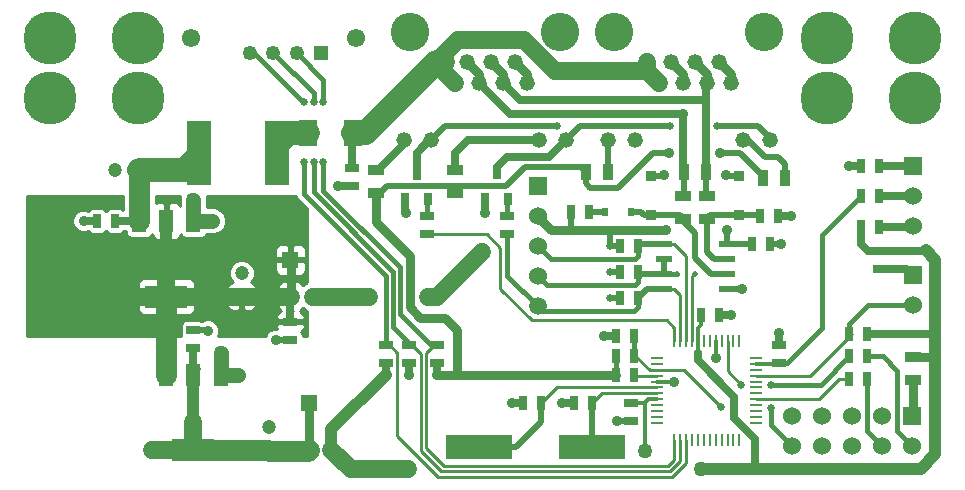
<source format=gtl>
%FSLAX34Y34*%
G04 Gerber Fmt 3.4, Leading zero omitted, Abs format*
G04 (created by PCBNEW (2014-03-19 BZR 4756)-product) date Ter 03 Jun 2014 12:28:43 BRT*
%MOIN*%
G01*
G70*
G90*
G04 APERTURE LIST*
%ADD10C,0.005906*%
%ADD11R,0.031500X0.039400*%
%ADD12R,0.141732X0.074803*%
%ADD13R,0.047244X0.074803*%
%ADD14R,0.055100X0.023600*%
%ADD15R,0.078740X0.212598*%
%ADD16R,0.055000X0.035000*%
%ADD17R,0.035000X0.055000*%
%ADD18R,0.045000X0.025000*%
%ADD19R,0.025000X0.045000*%
%ADD20R,0.055000X0.055000*%
%ADD21C,0.052000*%
%ADD22C,0.128000*%
%ADD23R,0.060000X0.060000*%
%ADD24C,0.060000*%
%ADD25C,0.059055*%
%ADD26R,0.039400X0.010600*%
%ADD27R,0.010600X0.039400*%
%ADD28R,0.220000X0.083000*%
%ADD29R,0.063000X0.086600*%
%ADD30C,0.177165*%
%ADD31C,0.047244*%
%ADD32R,0.047244X0.047244*%
%ADD33R,0.049213X0.049213*%
%ADD34C,0.049213*%
%ADD35C,0.061024*%
%ADD36R,0.033500X0.033500*%
%ADD37R,0.024000X0.027000*%
%ADD38C,0.035000*%
%ADD39C,0.050000*%
%ADD40C,0.025000*%
%ADD41C,0.020000*%
%ADD42C,0.012000*%
%ADD43C,0.015000*%
%ADD44C,0.025000*%
%ADD45C,0.040000*%
%ADD46C,0.030000*%
%ADD47C,0.060000*%
%ADD48C,0.020000*%
%ADD49C,0.080000*%
%ADD50C,0.070000*%
%ADD51C,0.050000*%
%ADD52C,0.010000*%
G04 APERTURE END LIST*
G54D10*
G54D11*
X15905Y-5472D03*
X16280Y-6338D03*
X15530Y-6338D03*
X13242Y-5485D03*
X13617Y-6351D03*
X12867Y-6351D03*
G54D12*
X4893Y-9586D03*
G54D13*
X4893Y-7067D03*
X3988Y-7067D03*
X5799Y-7067D03*
G54D12*
X5800Y-14709D03*
G54D13*
X5800Y-12190D03*
X4894Y-12190D03*
X6705Y-12190D03*
G54D14*
X23569Y-7832D03*
X21469Y-7832D03*
X23569Y-8332D03*
X23569Y-8832D03*
X23569Y-9332D03*
X21469Y-8332D03*
X21469Y-8832D03*
X21469Y-9332D03*
G54D15*
X8582Y-4803D03*
X5984Y-4803D03*
G54D16*
X29773Y-11602D03*
X29773Y-12352D03*
G54D17*
X9046Y-9586D03*
X9796Y-9586D03*
X22894Y-5433D03*
X22144Y-5433D03*
X9651Y-14685D03*
X10401Y-14685D03*
G54D16*
X11900Y-6125D03*
X11900Y-5375D03*
X14527Y-6123D03*
X14527Y-5373D03*
G54D17*
X18876Y-5433D03*
X19626Y-5433D03*
X24782Y-5629D03*
X25532Y-5629D03*
G54D16*
X22913Y-6239D03*
X22913Y-6989D03*
X22125Y-6239D03*
X22125Y-6989D03*
G54D18*
X9027Y-10428D03*
X9027Y-11028D03*
G54D19*
X19896Y-12204D03*
X20496Y-12204D03*
X3185Y-7067D03*
X2585Y-7067D03*
X20014Y-9645D03*
X20614Y-9645D03*
X27662Y-12331D03*
X28262Y-12331D03*
X27662Y-11583D03*
X28262Y-11583D03*
G54D18*
X13927Y-11814D03*
X13927Y-11214D03*
X12982Y-11814D03*
X12982Y-11214D03*
X12214Y-11814D03*
X12214Y-11214D03*
G54D19*
X28262Y-10835D03*
X27662Y-10835D03*
X28656Y-7252D03*
X28056Y-7252D03*
X28656Y-5245D03*
X28056Y-5245D03*
X28656Y-6229D03*
X28056Y-6229D03*
G54D18*
X25324Y-11804D03*
X25324Y-11204D03*
X13596Y-7518D03*
X13596Y-6918D03*
G54D19*
X22731Y-10196D03*
X23331Y-10196D03*
G54D18*
X20393Y-13125D03*
X20393Y-13725D03*
G54D19*
X16786Y-13149D03*
X17386Y-13149D03*
X18479Y-13149D03*
X19079Y-13149D03*
X19896Y-11555D03*
X20496Y-11555D03*
X20496Y-10905D03*
X19896Y-10905D03*
G54D18*
X11100Y-5310D03*
X11100Y-5910D03*
G54D19*
X20014Y-8779D03*
X20614Y-8779D03*
G54D18*
X16259Y-7504D03*
X16259Y-6904D03*
X5800Y-11310D03*
X5800Y-10710D03*
G54D19*
X19000Y-6771D03*
X18400Y-6771D03*
X20014Y-7913D03*
X20614Y-7913D03*
X24424Y-7834D03*
X25024Y-7834D03*
X25300Y-6889D03*
X24700Y-6889D03*
G54D20*
X9027Y-8366D03*
X9650Y-13120D03*
G54D21*
X12811Y-4371D03*
X13711Y-4371D03*
X17311Y-4371D03*
X18211Y-4371D03*
X16911Y-2471D03*
X16111Y-2471D03*
X15311Y-2471D03*
X14511Y-2471D03*
X15711Y-1771D03*
X14911Y-1771D03*
X16511Y-1771D03*
X14111Y-1771D03*
G54D22*
X13011Y-771D03*
X18011Y-771D03*
G54D21*
X19622Y-4371D03*
X20522Y-4371D03*
X24122Y-4371D03*
X25022Y-4371D03*
X23722Y-2471D03*
X22922Y-2471D03*
X22122Y-2471D03*
X21322Y-2471D03*
X22522Y-1771D03*
X21722Y-1771D03*
X23322Y-1771D03*
X20922Y-1771D03*
G54D22*
X19822Y-771D03*
X24822Y-771D03*
G54D23*
X29765Y-13564D03*
G54D24*
X29765Y-14564D03*
X28765Y-13564D03*
X28765Y-14564D03*
X27765Y-13564D03*
X27765Y-14564D03*
X26765Y-13564D03*
X26765Y-14564D03*
X25765Y-13564D03*
X25765Y-14564D03*
G54D23*
X17283Y-5913D03*
G54D24*
X17283Y-6913D03*
X17283Y-7913D03*
X17283Y-8913D03*
G54D25*
X17283Y-9913D03*
G54D23*
X29773Y-5229D03*
G54D24*
X29773Y-6229D03*
X29773Y-7229D03*
G54D23*
X29773Y-8878D03*
G54D24*
X29773Y-9878D03*
G54D26*
X24567Y-13799D03*
X21259Y-11633D03*
X21259Y-11830D03*
X21259Y-12027D03*
X21259Y-12224D03*
X21259Y-12421D03*
X21259Y-12618D03*
X21259Y-12814D03*
X21259Y-13011D03*
X21259Y-13208D03*
X21259Y-13405D03*
X21259Y-13602D03*
X21259Y-13799D03*
G54D27*
X21830Y-14370D03*
X22027Y-14370D03*
X22224Y-14370D03*
X22416Y-14370D03*
X22618Y-14370D03*
X22815Y-14370D03*
X23011Y-14370D03*
X23208Y-14370D03*
X23405Y-14370D03*
X23602Y-14370D03*
X23799Y-14370D03*
X23996Y-14370D03*
G54D26*
X24567Y-13602D03*
X24567Y-13405D03*
X24567Y-13208D03*
X24567Y-13011D03*
X24567Y-12814D03*
X24567Y-12618D03*
X24567Y-12421D03*
X24567Y-12224D03*
X24567Y-12027D03*
X24567Y-11830D03*
X24567Y-11633D03*
G54D27*
X23996Y-11062D03*
X23799Y-11062D03*
X23602Y-11062D03*
X23405Y-11062D03*
X23208Y-11062D03*
X23011Y-11062D03*
X22815Y-11062D03*
X22618Y-11062D03*
X22421Y-11062D03*
X22224Y-11062D03*
X22027Y-11062D03*
X21830Y-11062D03*
G54D28*
X19074Y-14606D03*
X15334Y-14606D03*
G54D29*
X11102Y-4133D03*
X9606Y-4133D03*
G54D30*
X29862Y-2952D03*
X26909Y-2952D03*
X29862Y-984D03*
X26909Y-984D03*
X3956Y-2952D03*
X1003Y-2952D03*
X3956Y-984D03*
X1003Y-984D03*
G54D31*
X3188Y-5354D03*
G54D32*
X3976Y-5354D03*
G54D31*
X8307Y-13937D03*
G54D32*
X8307Y-14724D03*
G54D31*
X7413Y-8799D03*
G54D32*
X7413Y-9586D03*
G54D33*
X10039Y-1476D03*
G54D34*
X8464Y-1476D03*
X7677Y-1476D03*
G54D35*
X11220Y-984D03*
X5708Y-984D03*
G54D34*
X9251Y-1476D03*
G54D36*
X23976Y-6879D03*
X23976Y-5561D03*
X21062Y-6879D03*
X21062Y-5561D03*
G54D37*
X20400Y-6771D03*
X19520Y-6771D03*
G54D18*
X28671Y-8055D03*
X28671Y-8655D03*
G54D38*
X13930Y-12200D03*
X12980Y-12200D03*
X12220Y-12200D03*
G54D39*
X12962Y-15324D03*
X20846Y-14724D03*
G54D38*
X21653Y-4803D03*
X23346Y-4803D03*
G54D39*
X22710Y-15320D03*
G54D40*
X19680Y-9646D03*
X19680Y-7906D03*
X19680Y-8776D03*
G54D39*
X13630Y-9600D03*
X11650Y-9590D03*
X15430Y-8100D03*
G54D38*
X23582Y-7362D03*
X21535Y-7362D03*
X25393Y-7834D03*
X24094Y-9330D03*
X21834Y-12422D03*
X12868Y-6804D03*
X15531Y-6791D03*
X2137Y-7067D03*
G54D39*
X5799Y-6358D03*
X6429Y-7067D03*
G54D38*
X19921Y-13720D03*
X23209Y-11638D03*
X10620Y-5910D03*
G54D39*
X6710Y-11480D03*
X7280Y-12190D03*
G54D38*
X6280Y-10720D03*
X8550Y-11030D03*
X16410Y-13150D03*
X18100Y-13150D03*
X23543Y-5551D03*
X21496Y-5551D03*
X25708Y-6889D03*
X19488Y-10905D03*
X23710Y-10205D03*
X27647Y-5245D03*
X25324Y-10796D03*
G54D41*
X21930Y-8830D03*
X22505Y-8830D03*
G54D40*
X23267Y-3897D03*
X21692Y-3897D03*
X17913Y-3897D03*
X23395Y-13276D03*
X25060Y-13290D03*
G54D38*
X22125Y-3503D03*
G54D40*
X10134Y-3108D03*
X10134Y-5105D03*
X9804Y-3108D03*
X9804Y-5106D03*
X9474Y-3108D03*
X9473Y-5105D03*
X24064Y-12528D03*
X25049Y-12528D03*
G54D42*
X20964Y-13011D02*
X20851Y-13125D01*
X20836Y-13125D02*
X20393Y-13125D01*
X20851Y-13125D02*
X20836Y-13125D01*
X21259Y-13011D02*
X20964Y-13011D01*
G54D43*
X19896Y-11555D02*
X19896Y-12204D01*
G54D42*
X22618Y-10649D02*
X22731Y-10536D01*
X22731Y-10536D02*
X22731Y-10196D01*
X22618Y-11062D02*
X22618Y-10649D01*
G54D44*
X13927Y-11814D02*
X13927Y-12197D01*
X13927Y-12197D02*
X13930Y-12200D01*
X12982Y-12197D02*
X12982Y-11814D01*
X12982Y-12197D02*
X12980Y-12200D01*
X12214Y-12194D02*
X12214Y-11814D01*
X12214Y-12194D02*
X12220Y-12200D01*
G54D45*
X10401Y-14018D02*
X12220Y-12200D01*
X10401Y-14685D02*
X10401Y-14018D01*
G54D44*
X19892Y-12200D02*
X19896Y-12204D01*
G54D46*
X14590Y-12200D02*
X19892Y-12200D01*
X13930Y-12200D02*
X14590Y-12200D01*
X13018Y-8232D02*
X13018Y-9949D01*
X13018Y-8232D02*
X11900Y-7113D01*
X11900Y-7113D02*
X11900Y-6125D01*
X14190Y-10285D02*
X14590Y-10685D01*
X13354Y-10285D02*
X14190Y-10285D01*
X13018Y-9949D02*
X13354Y-10285D01*
X14590Y-12200D02*
X14590Y-10685D01*
G54D47*
X10401Y-14685D02*
X11041Y-15324D01*
X12962Y-15324D02*
X11041Y-15324D01*
G54D42*
X20836Y-13125D02*
X20836Y-14714D01*
X20836Y-14714D02*
X20846Y-14724D01*
G54D48*
X14310Y-5905D02*
X14527Y-6123D01*
X14310Y-5905D02*
X14310Y-5905D01*
X11900Y-6125D02*
X12024Y-6125D01*
X12024Y-6125D02*
X12244Y-5905D01*
X12244Y-5905D02*
X14310Y-5905D01*
X14745Y-5905D02*
X14527Y-6123D01*
X14890Y-5905D02*
X14745Y-5905D01*
X15040Y-5905D02*
X14890Y-5905D01*
X16224Y-5905D02*
X16850Y-5280D01*
X16224Y-5905D02*
X15040Y-5905D01*
X14890Y-5905D02*
X14310Y-5905D01*
X18876Y-5433D02*
X18723Y-5280D01*
X16850Y-5280D02*
X18723Y-5280D01*
X19935Y-5970D02*
X21102Y-4803D01*
X21102Y-4803D02*
X21653Y-4803D01*
X24782Y-5569D02*
X24782Y-5629D01*
X24015Y-4803D02*
X23346Y-4803D01*
X24782Y-5569D02*
X24015Y-4803D01*
X18876Y-5433D02*
X18876Y-5816D01*
X18876Y-5816D02*
X19030Y-5970D01*
X19030Y-5970D02*
X19935Y-5970D01*
G54D45*
X22710Y-15320D02*
X24497Y-15320D01*
X30521Y-11583D02*
X30521Y-10835D01*
X24497Y-15320D02*
X30052Y-15320D01*
X30052Y-15320D02*
X30521Y-14851D01*
X30521Y-14851D02*
X30521Y-11583D01*
G54D42*
X22618Y-11498D02*
X22620Y-11500D01*
X22618Y-11465D02*
X22618Y-11498D01*
X22618Y-11062D02*
X22618Y-11465D01*
G54D44*
X28262Y-10835D02*
X30521Y-10835D01*
G54D46*
X30521Y-11602D02*
X30521Y-11583D01*
X29773Y-11602D02*
X30521Y-11602D01*
G54D44*
X22618Y-11712D02*
X23828Y-12922D01*
X23828Y-12922D02*
X23828Y-13630D01*
X23828Y-13630D02*
X24530Y-14332D01*
X24530Y-14332D02*
X24530Y-15320D01*
X24530Y-15320D02*
X24497Y-15320D01*
X22618Y-11465D02*
X22618Y-11712D01*
X30221Y-8055D02*
X30206Y-8040D01*
G54D45*
X30521Y-8355D02*
X30521Y-10835D01*
X30521Y-8355D02*
X30206Y-8040D01*
G54D44*
X28671Y-8055D02*
X30221Y-8055D01*
X28056Y-7819D02*
X28292Y-8055D01*
X28292Y-8055D02*
X28671Y-8055D01*
X28056Y-7252D02*
X28056Y-7819D01*
X17307Y-6889D02*
X17283Y-6913D01*
G54D48*
X24422Y-7832D02*
X24424Y-7834D01*
X23569Y-7832D02*
X24422Y-7832D01*
X19680Y-9646D02*
X19681Y-9645D01*
X19681Y-9645D02*
X20014Y-9645D01*
X20014Y-7913D02*
X19686Y-7913D01*
X19686Y-7913D02*
X19680Y-7906D01*
X19682Y-8779D02*
X19680Y-8776D01*
X20014Y-8779D02*
X19682Y-8779D01*
G54D47*
X13630Y-9600D02*
X13930Y-9600D01*
X11646Y-9586D02*
X9796Y-9586D01*
X11646Y-9586D02*
X11650Y-9590D01*
X13930Y-9600D02*
X15430Y-8100D01*
G54D46*
X17283Y-6929D02*
X17716Y-7362D01*
X18425Y-7362D02*
X19645Y-7362D01*
X17716Y-7362D02*
X18425Y-7362D01*
X17283Y-6913D02*
X17283Y-6929D01*
X19645Y-7362D02*
X21535Y-7362D01*
G54D48*
X23582Y-7819D02*
X23569Y-7832D01*
X23582Y-7362D02*
X23582Y-7819D01*
X18400Y-7362D02*
X18425Y-7337D01*
X18425Y-7337D02*
X18425Y-7362D01*
X18400Y-6771D02*
X18400Y-7362D01*
X19680Y-7362D02*
X19645Y-7362D01*
X19680Y-7906D02*
X19680Y-7362D01*
G54D44*
X3185Y-7067D02*
X3988Y-7067D01*
G54D49*
X5511Y-5354D02*
X3976Y-5354D01*
X5984Y-4881D02*
X5511Y-5354D01*
X5984Y-4803D02*
X5984Y-4881D01*
G54D50*
X3988Y-5366D02*
X3976Y-5354D01*
X3988Y-7067D02*
X3988Y-5366D01*
G54D46*
X23722Y-2171D02*
X23322Y-1771D01*
X23722Y-2471D02*
X23722Y-2171D01*
X16911Y-2171D02*
X16511Y-1771D01*
X16911Y-2471D02*
X16911Y-2171D01*
G54D48*
X25024Y-7834D02*
X25393Y-7834D01*
X24092Y-9332D02*
X24094Y-9330D01*
X23569Y-9332D02*
X24092Y-9332D01*
G54D42*
X21833Y-12421D02*
X21834Y-12422D01*
X21259Y-12421D02*
X21833Y-12421D01*
G54D44*
X12867Y-6803D02*
X12868Y-6804D01*
X12867Y-6351D02*
X12867Y-6803D01*
X15530Y-6790D02*
X15531Y-6791D01*
X15530Y-6338D02*
X15530Y-6790D01*
X2585Y-7067D02*
X2137Y-7067D01*
G54D51*
X5799Y-7067D02*
X5799Y-6358D01*
X5799Y-7067D02*
X6429Y-7067D01*
G54D48*
X19925Y-13725D02*
X19921Y-13720D01*
X20393Y-13725D02*
X19925Y-13725D01*
G54D42*
X23208Y-11637D02*
X23209Y-11638D01*
X23208Y-11062D02*
X23208Y-11637D01*
G54D44*
X11100Y-5910D02*
X10620Y-5910D01*
G54D51*
X6705Y-11484D02*
X6710Y-11480D01*
X6705Y-12190D02*
X6705Y-11484D01*
X7279Y-12190D02*
X7280Y-12190D01*
X6705Y-12190D02*
X7279Y-12190D01*
G54D48*
X6270Y-10710D02*
X6280Y-10720D01*
X5800Y-10710D02*
X6270Y-10710D01*
X8551Y-11028D02*
X8550Y-11030D01*
X9027Y-11028D02*
X8551Y-11028D01*
G54D44*
X16410Y-13149D02*
X16410Y-13150D01*
X16786Y-13149D02*
X16410Y-13149D01*
X18100Y-13149D02*
X18100Y-13150D01*
X18479Y-13149D02*
X18100Y-13149D01*
G54D48*
X23553Y-5561D02*
X23543Y-5551D01*
X23976Y-5561D02*
X23553Y-5561D01*
X21485Y-5561D02*
X21496Y-5551D01*
X21062Y-5561D02*
X21485Y-5561D01*
G54D44*
X25300Y-6889D02*
X25708Y-6889D01*
X19896Y-10905D02*
X19488Y-10905D01*
X23701Y-10196D02*
X23710Y-10205D01*
X23331Y-10196D02*
X23701Y-10196D01*
X29549Y-8655D02*
X29773Y-8878D01*
X28671Y-8655D02*
X29549Y-8655D01*
X28056Y-5245D02*
X27647Y-5245D01*
X25324Y-11204D02*
X25324Y-10796D01*
G54D52*
X22421Y-8913D02*
X22505Y-8830D01*
X21927Y-8832D02*
X21930Y-8830D01*
G54D43*
X21927Y-8832D02*
X21469Y-8832D01*
G54D52*
X22421Y-11062D02*
X22421Y-8913D01*
G54D48*
X21469Y-8832D02*
X21469Y-8332D01*
G54D43*
X20614Y-9109D02*
X20511Y-9212D01*
X20614Y-8779D02*
X20614Y-9109D01*
X17582Y-9212D02*
X17283Y-8913D01*
X20511Y-9212D02*
X17582Y-9212D01*
G54D48*
X20668Y-8832D02*
X20614Y-8779D01*
X21469Y-8832D02*
X20668Y-8832D01*
G54D52*
X26364Y-12224D02*
X27753Y-10835D01*
X27753Y-10835D02*
X27662Y-10835D01*
X24567Y-12224D02*
X26364Y-12224D01*
G54D43*
X28289Y-9878D02*
X27662Y-10505D01*
X27662Y-10505D02*
X27662Y-10835D01*
X29773Y-9878D02*
X28289Y-9878D01*
G54D52*
X13609Y-7504D02*
X13596Y-7518D01*
X21574Y-10374D02*
X17076Y-10374D01*
X21830Y-10629D02*
X21574Y-10374D01*
X21830Y-11062D02*
X21830Y-10629D01*
X16023Y-7952D02*
X15575Y-7504D01*
X16023Y-9320D02*
X16023Y-7952D01*
X17076Y-10374D02*
X16023Y-9320D01*
X15575Y-7504D02*
X13609Y-7504D01*
X22027Y-9547D02*
X21812Y-9332D01*
X21812Y-9332D02*
X21469Y-9332D01*
X22027Y-11062D02*
X22027Y-9547D01*
G54D43*
X16259Y-8889D02*
X17283Y-9913D01*
X16259Y-7504D02*
X16259Y-8889D01*
X20614Y-9645D02*
X20614Y-9936D01*
X20614Y-9936D02*
X20472Y-10078D01*
X17448Y-10078D02*
X17283Y-9913D01*
X20472Y-10078D02*
X17448Y-10078D01*
G54D48*
X20927Y-9332D02*
X20614Y-9645D01*
X21469Y-9332D02*
X20927Y-9332D01*
G54D43*
X28789Y-11583D02*
X29261Y-12056D01*
X29261Y-12056D02*
X29261Y-14060D01*
X29261Y-14060D02*
X29765Y-14564D01*
X28262Y-11583D02*
X28789Y-11583D01*
G54D49*
X8582Y-4527D02*
X8976Y-4133D01*
X8582Y-4803D02*
X8582Y-4527D01*
X8976Y-4133D02*
X9606Y-4133D01*
G54D52*
X20516Y-12224D02*
X20496Y-12204D01*
X21259Y-12224D02*
X20516Y-12224D01*
G54D48*
X19520Y-6771D02*
X19000Y-6771D01*
G54D43*
X28262Y-14060D02*
X28765Y-14564D01*
X28262Y-12331D02*
X28262Y-14060D01*
G54D44*
X15905Y-5275D02*
X16260Y-4920D01*
X16260Y-4920D02*
X17662Y-4920D01*
X17662Y-4920D02*
X18211Y-4371D01*
X15905Y-5472D02*
X15905Y-5275D01*
G54D48*
X18685Y-3897D02*
X18211Y-4371D01*
X25022Y-4314D02*
X24606Y-3897D01*
X24606Y-3897D02*
X23267Y-3897D01*
X25022Y-4371D02*
X25022Y-4314D01*
X21692Y-3897D02*
X18685Y-3897D01*
G54D43*
X16259Y-6359D02*
X16280Y-6338D01*
X16259Y-6904D02*
X16259Y-6359D01*
X13596Y-6372D02*
X13617Y-6351D01*
X13596Y-6918D02*
X13596Y-6372D01*
G54D48*
X24689Y-6879D02*
X24700Y-6889D01*
X23976Y-6879D02*
X24689Y-6879D01*
X23023Y-6879D02*
X22913Y-6989D01*
X23976Y-6879D02*
X23023Y-6879D01*
X22913Y-8110D02*
X23135Y-8332D01*
X23135Y-8332D02*
X23569Y-8332D01*
X22913Y-6989D02*
X22913Y-8110D01*
X21052Y-6889D02*
X21062Y-6879D01*
X23045Y-8832D02*
X22519Y-8307D01*
X23569Y-8832D02*
X23045Y-8832D01*
X22519Y-7461D02*
X22086Y-7028D01*
X22519Y-8307D02*
X22519Y-7461D01*
X22016Y-6879D02*
X22125Y-6989D01*
X21062Y-6879D02*
X22016Y-6879D01*
X20816Y-6879D02*
X20708Y-6771D01*
X20708Y-6771D02*
X20400Y-6771D01*
X21062Y-6879D02*
X20816Y-6879D01*
G54D44*
X29749Y-7252D02*
X29773Y-7229D01*
X28656Y-7252D02*
X29749Y-7252D01*
X28656Y-5245D02*
X29757Y-5245D01*
X29757Y-5245D02*
X29773Y-5229D01*
X28656Y-6229D02*
X29773Y-6229D01*
G54D46*
X29773Y-13556D02*
X29765Y-13564D01*
X29773Y-12352D02*
X29773Y-13556D01*
G54D44*
X11947Y-5375D02*
X12811Y-4511D01*
X12811Y-4511D02*
X12811Y-4371D01*
X11900Y-5375D02*
X11947Y-5375D01*
X14527Y-4803D02*
X14959Y-4371D01*
X14959Y-4371D02*
X17311Y-4371D01*
X14527Y-5373D02*
X14527Y-4803D01*
X19622Y-5428D02*
X19626Y-5433D01*
G54D48*
X19626Y-4375D02*
X19622Y-4371D01*
X19626Y-5433D02*
X19626Y-4375D01*
G54D44*
X13659Y-4371D02*
X13242Y-4789D01*
X13242Y-4789D02*
X13242Y-5485D01*
X13711Y-4371D02*
X13659Y-4371D01*
G54D48*
X14185Y-3897D02*
X13711Y-4371D01*
X17913Y-3897D02*
X14185Y-3897D01*
X24292Y-4371D02*
X24842Y-4921D01*
X24842Y-4921D02*
X25275Y-4921D01*
X25275Y-4921D02*
X25532Y-5178D01*
X25532Y-5178D02*
X25532Y-5629D01*
X24122Y-4371D02*
X24292Y-4371D01*
G54D52*
X17917Y-12618D02*
X17386Y-13149D01*
X21259Y-12618D02*
X17917Y-12618D01*
G54D48*
X17386Y-13755D02*
X16535Y-14606D01*
X16535Y-14606D02*
X15334Y-14606D01*
X17386Y-13149D02*
X17386Y-13755D01*
X5941Y-12009D02*
X5784Y-12165D01*
G54D50*
X8292Y-14709D02*
X8307Y-14724D01*
X5800Y-14709D02*
X8292Y-14709D01*
X9612Y-14724D02*
X9651Y-14685D01*
X8307Y-14724D02*
X9612Y-14724D01*
G54D44*
X5800Y-11310D02*
X5800Y-12190D01*
G54D46*
X9651Y-13121D02*
X9650Y-13120D01*
X9651Y-14685D02*
X9651Y-13121D01*
G54D47*
X5800Y-14020D02*
X5800Y-13760D01*
X5800Y-14709D02*
X5800Y-14020D01*
X4420Y-14709D02*
X4420Y-14710D01*
X5800Y-14709D02*
X4420Y-14709D01*
G54D45*
X5800Y-12190D02*
X5800Y-14020D01*
G54D52*
X19414Y-12814D02*
X19079Y-13149D01*
X21259Y-12814D02*
X19414Y-12814D01*
G54D48*
X19079Y-14601D02*
X19074Y-14606D01*
X19079Y-13149D02*
X19079Y-14601D01*
G54D47*
X7413Y-9586D02*
X9046Y-9586D01*
G54D44*
X9027Y-9605D02*
X9046Y-9586D01*
X9027Y-10428D02*
X9027Y-9605D01*
G54D46*
X9046Y-8385D02*
X9027Y-8366D01*
G54D50*
X4894Y-9587D02*
X4893Y-9586D01*
X4894Y-12190D02*
X4894Y-9587D01*
G54D47*
X4893Y-9586D02*
X7413Y-9586D01*
X3679Y-9586D02*
X3679Y-9586D01*
X4893Y-9586D02*
X3679Y-9586D01*
X4893Y-8690D02*
X4896Y-8688D01*
X4893Y-9586D02*
X4893Y-8690D01*
G54D45*
X4893Y-7067D02*
X4893Y-8690D01*
G54D46*
X9046Y-9586D02*
X9046Y-8385D01*
G54D42*
X25299Y-11830D02*
X25324Y-11804D01*
X24567Y-11830D02*
X25299Y-11830D01*
G54D43*
X25575Y-11804D02*
X26755Y-10625D01*
X26755Y-10625D02*
X26755Y-7529D01*
X26755Y-7529D02*
X28056Y-6229D01*
X25324Y-11804D02*
X25575Y-11804D01*
X20496Y-11555D02*
X20496Y-10905D01*
G54D52*
X21003Y-12027D02*
X20531Y-11555D01*
X20531Y-11555D02*
X20496Y-11555D01*
X21259Y-12027D02*
X21003Y-12027D01*
X22146Y-12027D02*
X23395Y-13276D01*
G54D43*
X25060Y-13290D02*
X25060Y-13858D01*
X25060Y-13858D02*
X25765Y-14564D01*
G54D52*
X21259Y-12027D02*
X22146Y-12027D01*
G54D46*
X22122Y-2171D02*
X21722Y-1771D01*
X22122Y-2471D02*
X22122Y-2171D01*
X15311Y-2171D02*
X14911Y-1771D01*
X15311Y-2471D02*
X15311Y-2171D01*
G54D48*
X15311Y-2471D02*
X15365Y-2471D01*
G54D44*
X16344Y-3503D02*
X15311Y-2471D01*
X22125Y-3503D02*
X16344Y-3503D01*
X22125Y-5414D02*
X22144Y-5433D01*
X22125Y-3503D02*
X22125Y-5414D01*
G54D48*
X22144Y-6220D02*
X22125Y-6239D01*
X22144Y-5433D02*
X22144Y-6220D01*
G54D46*
X22922Y-2171D02*
X22522Y-1771D01*
X22922Y-2471D02*
X22922Y-2171D01*
X16111Y-2171D02*
X15711Y-1771D01*
X16111Y-2471D02*
X16111Y-2171D01*
G54D44*
X22894Y-2499D02*
X22922Y-2471D01*
X22894Y-3031D02*
X22894Y-2499D01*
X22894Y-5433D02*
X22894Y-3031D01*
X16133Y-2471D02*
X16692Y-3031D01*
X16692Y-3031D02*
X22894Y-3031D01*
X16111Y-2471D02*
X16133Y-2471D01*
G54D48*
X22894Y-6220D02*
X22913Y-6239D01*
X22894Y-5433D02*
X22894Y-6220D01*
G54D52*
X22224Y-8248D02*
X21809Y-7832D01*
X21809Y-7832D02*
X21469Y-7832D01*
X22224Y-11062D02*
X22224Y-8248D01*
G54D43*
X20614Y-8243D02*
X20511Y-8346D01*
X20614Y-7913D02*
X20614Y-8243D01*
X17716Y-8346D02*
X17283Y-7913D01*
X20511Y-8346D02*
X17716Y-8346D01*
G54D48*
X20695Y-7832D02*
X20614Y-7913D01*
X21469Y-7832D02*
X20695Y-7832D01*
G54D52*
X13823Y-11214D02*
X13927Y-11214D01*
G54D43*
X13927Y-11214D02*
X13829Y-11214D01*
G54D52*
X21614Y-15236D02*
X14149Y-15236D01*
X21830Y-15020D02*
X21614Y-15236D01*
X21830Y-15020D02*
X21830Y-14370D01*
X13927Y-11214D02*
X13815Y-11214D01*
X13550Y-11479D02*
X13815Y-11214D01*
X14149Y-15236D02*
X13550Y-14636D01*
X13550Y-11479D02*
X13550Y-14636D01*
G54D43*
X13734Y-11214D02*
X13927Y-11214D01*
X10134Y-3108D02*
X10134Y-2358D01*
X9251Y-1476D02*
X10134Y-2358D01*
X10134Y-6063D02*
X10134Y-5105D01*
X12674Y-8604D02*
X10134Y-6063D01*
X13734Y-11214D02*
X12674Y-10154D01*
X12674Y-8604D02*
X12674Y-10154D01*
G54D52*
X13085Y-11214D02*
X12982Y-11214D01*
G54D43*
X12982Y-11214D02*
X12977Y-11214D01*
G54D52*
X21688Y-15416D02*
X14045Y-15416D01*
X22027Y-15077D02*
X21688Y-15416D01*
X22027Y-15077D02*
X22027Y-14370D01*
X12982Y-11214D02*
X13084Y-11214D01*
X13370Y-11500D02*
X13084Y-11214D01*
X14045Y-15416D02*
X13370Y-14740D01*
X13370Y-14740D02*
X13370Y-11500D01*
G54D43*
X12982Y-11137D02*
X12982Y-11214D01*
X9804Y-3108D02*
X9804Y-2815D01*
X8464Y-1476D02*
X9804Y-2815D01*
X9804Y-6118D02*
X9804Y-5106D01*
X12444Y-8759D02*
X9804Y-6118D01*
X12982Y-11137D02*
X12444Y-10600D01*
X12444Y-8759D02*
X12444Y-10600D01*
G54D52*
X12318Y-11214D02*
X12214Y-11214D01*
X21763Y-15596D02*
X13960Y-15596D01*
X22224Y-15135D02*
X21763Y-15596D01*
X22224Y-15135D02*
X22224Y-14370D01*
X12214Y-11214D02*
X12337Y-11214D01*
X12598Y-11475D02*
X12337Y-11214D01*
X13960Y-15596D02*
X12598Y-14233D01*
X12598Y-11475D02*
X12598Y-14233D01*
G54D43*
X9473Y-5105D02*
X9473Y-6163D01*
X9458Y-3108D02*
X7826Y-1476D01*
X7826Y-1476D02*
X7677Y-1476D01*
X9474Y-3108D02*
X9458Y-3108D01*
X9473Y-6163D02*
X12214Y-8904D01*
X12214Y-11214D02*
X12214Y-8904D01*
G54D52*
X26652Y-13011D02*
X24567Y-13011D01*
X26652Y-13011D02*
X27332Y-12331D01*
X27662Y-12331D02*
X27332Y-12331D01*
X23602Y-12066D02*
X24064Y-12528D01*
G54D43*
X27647Y-11583D02*
X27662Y-11583D01*
X26702Y-12528D02*
X25049Y-12528D01*
X27647Y-11583D02*
X26702Y-12528D01*
G54D52*
X23602Y-11062D02*
X23602Y-12066D01*
G54D47*
X14111Y-2071D02*
X14511Y-2471D01*
X14111Y-1771D02*
X14111Y-2071D01*
X20922Y-2071D02*
X21322Y-2471D01*
X20922Y-1771D02*
X20922Y-2071D01*
X14111Y-1537D02*
X14606Y-1043D01*
X14606Y-1043D02*
X16811Y-1043D01*
X16811Y-1043D02*
X17839Y-2071D01*
X17839Y-2071D02*
X20922Y-2071D01*
X14111Y-1771D02*
X14111Y-1537D01*
G54D49*
X11535Y-4133D02*
X13897Y-1771D01*
X13897Y-1771D02*
X14111Y-1771D01*
X11102Y-4133D02*
X11535Y-4133D01*
G54D44*
X11100Y-4136D02*
X11102Y-4133D01*
X11100Y-5310D02*
X11100Y-4136D01*
G54D10*
G36*
X9570Y-10890D02*
X9452Y-10890D01*
X9452Y-10864D01*
X9422Y-10790D01*
X9395Y-10764D01*
X9464Y-10695D01*
X9502Y-10603D01*
X9502Y-10541D01*
X9440Y-10478D01*
X9077Y-10478D01*
X9077Y-10486D01*
X8996Y-10486D01*
X8996Y-10049D01*
X8996Y-9636D01*
X8996Y-9536D01*
X8996Y-9124D01*
X8977Y-9105D01*
X8977Y-8828D01*
X8977Y-8416D01*
X8977Y-8316D01*
X8977Y-7903D01*
X8915Y-7841D01*
X8703Y-7841D01*
X8611Y-7879D01*
X8540Y-7949D01*
X8502Y-8041D01*
X8502Y-8140D01*
X8502Y-8253D01*
X8565Y-8316D01*
X8977Y-8316D01*
X8977Y-8416D01*
X8565Y-8416D01*
X8502Y-8478D01*
X8502Y-8591D01*
X8502Y-8691D01*
X8540Y-8783D01*
X8611Y-8853D01*
X8703Y-8891D01*
X8915Y-8891D01*
X8977Y-8828D01*
X8977Y-9105D01*
X8933Y-9061D01*
X8821Y-9061D01*
X8729Y-9099D01*
X8659Y-9170D01*
X8621Y-9261D01*
X8621Y-9361D01*
X8621Y-9474D01*
X8683Y-9536D01*
X8996Y-9536D01*
X8996Y-9636D01*
X8683Y-9636D01*
X8621Y-9699D01*
X8621Y-9812D01*
X8621Y-9911D01*
X8659Y-10003D01*
X8722Y-10066D01*
X8660Y-10091D01*
X8590Y-10162D01*
X8552Y-10254D01*
X8552Y-10316D01*
X8615Y-10378D01*
X8977Y-10378D01*
X8977Y-10116D01*
X8953Y-10092D01*
X8996Y-10049D01*
X8996Y-10486D01*
X8977Y-10486D01*
X8977Y-10478D01*
X8615Y-10478D01*
X8552Y-10541D01*
X8552Y-10603D01*
X8574Y-10655D01*
X8475Y-10654D01*
X8337Y-10711D01*
X8232Y-10817D01*
X8202Y-10890D01*
X7899Y-10890D01*
X7899Y-9773D01*
X7899Y-9400D01*
X7899Y-9300D01*
X7861Y-9208D01*
X7791Y-9138D01*
X7720Y-9109D01*
X7783Y-9046D01*
X7849Y-8886D01*
X7849Y-8713D01*
X7783Y-8552D01*
X7660Y-8429D01*
X7500Y-8363D01*
X7327Y-8363D01*
X7166Y-8429D01*
X7043Y-8552D01*
X6977Y-8712D01*
X6977Y-8885D01*
X7043Y-9046D01*
X7106Y-9109D01*
X7035Y-9138D01*
X6965Y-9208D01*
X6927Y-9300D01*
X6927Y-9400D01*
X6927Y-9474D01*
X6989Y-9536D01*
X7363Y-9536D01*
X7363Y-9529D01*
X7463Y-9529D01*
X7463Y-9536D01*
X7837Y-9536D01*
X7899Y-9474D01*
X7899Y-9400D01*
X7899Y-9773D01*
X7899Y-9699D01*
X7837Y-9636D01*
X7463Y-9636D01*
X7463Y-10010D01*
X7525Y-10073D01*
X7699Y-10073D01*
X7791Y-10035D01*
X7861Y-9964D01*
X7899Y-9873D01*
X7899Y-9773D01*
X7899Y-10890D01*
X7363Y-10890D01*
X7363Y-10010D01*
X7363Y-9636D01*
X6989Y-9636D01*
X6927Y-9699D01*
X6927Y-9773D01*
X6927Y-9873D01*
X6965Y-9964D01*
X7035Y-10035D01*
X7127Y-10073D01*
X7300Y-10073D01*
X7363Y-10010D01*
X7363Y-10890D01*
X6615Y-10890D01*
X6654Y-10794D01*
X6655Y-10645D01*
X6598Y-10507D01*
X6492Y-10402D01*
X6354Y-10345D01*
X6205Y-10344D01*
X6086Y-10394D01*
X6064Y-10385D01*
X5985Y-10384D01*
X5852Y-10384D01*
X5852Y-9911D01*
X5852Y-9262D01*
X5852Y-9162D01*
X5814Y-9071D01*
X5743Y-9000D01*
X5651Y-8962D01*
X5006Y-8962D01*
X4943Y-9025D01*
X4943Y-9536D01*
X5789Y-9536D01*
X5852Y-9474D01*
X5852Y-9262D01*
X5852Y-9911D01*
X5852Y-9699D01*
X5789Y-9636D01*
X4943Y-9636D01*
X4943Y-10148D01*
X5006Y-10210D01*
X5651Y-10210D01*
X5743Y-10173D01*
X5814Y-10102D01*
X5852Y-10010D01*
X5852Y-9911D01*
X5852Y-10384D01*
X5535Y-10384D01*
X5461Y-10415D01*
X5405Y-10471D01*
X5375Y-10545D01*
X5374Y-10624D01*
X5374Y-10874D01*
X5381Y-10890D01*
X4843Y-10890D01*
X4843Y-10148D01*
X4843Y-9636D01*
X4843Y-9536D01*
X4843Y-9025D01*
X4781Y-8962D01*
X4135Y-8962D01*
X4043Y-9000D01*
X3973Y-9071D01*
X3935Y-9162D01*
X3935Y-9262D01*
X3935Y-9474D01*
X3997Y-9536D01*
X4843Y-9536D01*
X4843Y-9636D01*
X3997Y-9636D01*
X3935Y-9699D01*
X3935Y-9911D01*
X3935Y-10010D01*
X3973Y-10102D01*
X4043Y-10173D01*
X4135Y-10210D01*
X4781Y-10210D01*
X4843Y-10148D01*
X4843Y-10890D01*
X239Y-10890D01*
X239Y-6240D01*
X3438Y-6240D01*
X3438Y-6686D01*
X3424Y-6672D01*
X3350Y-6642D01*
X3271Y-6642D01*
X3021Y-6642D01*
X2947Y-6672D01*
X2891Y-6728D01*
X2885Y-6742D01*
X2880Y-6729D01*
X2824Y-6672D01*
X2750Y-6642D01*
X2671Y-6642D01*
X2421Y-6642D01*
X2347Y-6672D01*
X2294Y-6726D01*
X2212Y-6692D01*
X2063Y-6692D01*
X1925Y-6749D01*
X1820Y-6854D01*
X1762Y-6992D01*
X1762Y-7141D01*
X1819Y-7279D01*
X1925Y-7384D01*
X2062Y-7442D01*
X2212Y-7442D01*
X2294Y-7408D01*
X2347Y-7461D01*
X2420Y-7492D01*
X2500Y-7492D01*
X2750Y-7492D01*
X2824Y-7461D01*
X2880Y-7405D01*
X2885Y-7392D01*
X2891Y-7405D01*
X2947Y-7461D01*
X3020Y-7492D01*
X3100Y-7492D01*
X3350Y-7492D01*
X3424Y-7461D01*
X3480Y-7405D01*
X3485Y-7392D01*
X3551Y-7392D01*
X3551Y-7480D01*
X3582Y-7554D01*
X3638Y-7610D01*
X3712Y-7641D01*
X3791Y-7641D01*
X4264Y-7641D01*
X4337Y-7610D01*
X4393Y-7554D01*
X4413Y-7506D01*
X4445Y-7583D01*
X4516Y-7653D01*
X4608Y-7691D01*
X4781Y-7691D01*
X4843Y-7628D01*
X4843Y-7117D01*
X4835Y-7117D01*
X4835Y-7017D01*
X4843Y-7017D01*
X4843Y-6505D01*
X4781Y-6443D01*
X4608Y-6443D01*
X4538Y-6472D01*
X4538Y-6240D01*
X5361Y-6240D01*
X5349Y-6268D01*
X5349Y-6447D01*
X5349Y-6447D01*
X5349Y-6569D01*
X5341Y-6551D01*
X5271Y-6481D01*
X5179Y-6443D01*
X5006Y-6443D01*
X4943Y-6505D01*
X4943Y-7017D01*
X4951Y-7017D01*
X4951Y-7117D01*
X4943Y-7117D01*
X4943Y-7628D01*
X5006Y-7691D01*
X5179Y-7691D01*
X5271Y-7653D01*
X5341Y-7583D01*
X5373Y-7506D01*
X5393Y-7554D01*
X5449Y-7610D01*
X5523Y-7641D01*
X5602Y-7641D01*
X6075Y-7641D01*
X6148Y-7610D01*
X6204Y-7554D01*
X6220Y-7517D01*
X6429Y-7517D01*
X6429Y-7517D01*
X6518Y-7517D01*
X6601Y-7482D01*
X6683Y-7448D01*
X6747Y-7385D01*
X6810Y-7322D01*
X6844Y-7239D01*
X6879Y-7157D01*
X6879Y-7067D01*
X6879Y-6978D01*
X6810Y-6812D01*
X6684Y-6685D01*
X6519Y-6617D01*
X6340Y-6617D01*
X6339Y-6617D01*
X6249Y-6617D01*
X6249Y-6358D01*
X6249Y-6358D01*
X6249Y-6269D01*
X6237Y-6240D01*
X9213Y-6240D01*
X9218Y-6268D01*
X9278Y-6357D01*
X9570Y-6648D01*
X9570Y-9116D01*
X9552Y-9123D01*
X9552Y-8591D01*
X9552Y-8140D01*
X9552Y-8041D01*
X9514Y-7949D01*
X9444Y-7879D01*
X9352Y-7841D01*
X9140Y-7841D01*
X9077Y-7903D01*
X9077Y-8316D01*
X9490Y-8316D01*
X9552Y-8253D01*
X9552Y-8140D01*
X9552Y-8591D01*
X9552Y-8478D01*
X9490Y-8416D01*
X9077Y-8416D01*
X9077Y-8828D01*
X9140Y-8891D01*
X9352Y-8891D01*
X9444Y-8853D01*
X9514Y-8783D01*
X9552Y-8691D01*
X9552Y-8591D01*
X9552Y-9123D01*
X9508Y-9142D01*
X9451Y-9198D01*
X9448Y-9206D01*
X9433Y-9170D01*
X9362Y-9099D01*
X9270Y-9061D01*
X9158Y-9061D01*
X9096Y-9124D01*
X9096Y-9536D01*
X9104Y-9536D01*
X9104Y-9636D01*
X9096Y-9636D01*
X9096Y-10049D01*
X9120Y-10073D01*
X9077Y-10116D01*
X9077Y-10378D01*
X9440Y-10378D01*
X9502Y-10316D01*
X9502Y-10254D01*
X9464Y-10162D01*
X9394Y-10091D01*
X9357Y-10076D01*
X9362Y-10073D01*
X9433Y-10003D01*
X9448Y-9967D01*
X9451Y-9975D01*
X9507Y-10031D01*
X9570Y-10057D01*
X9570Y-10890D01*
X9570Y-10890D01*
G37*
G54D52*
X9570Y-10890D02*
X9452Y-10890D01*
X9452Y-10864D01*
X9422Y-10790D01*
X9395Y-10764D01*
X9464Y-10695D01*
X9502Y-10603D01*
X9502Y-10541D01*
X9440Y-10478D01*
X9077Y-10478D01*
X9077Y-10486D01*
X8996Y-10486D01*
X8996Y-10049D01*
X8996Y-9636D01*
X8996Y-9536D01*
X8996Y-9124D01*
X8977Y-9105D01*
X8977Y-8828D01*
X8977Y-8416D01*
X8977Y-8316D01*
X8977Y-7903D01*
X8915Y-7841D01*
X8703Y-7841D01*
X8611Y-7879D01*
X8540Y-7949D01*
X8502Y-8041D01*
X8502Y-8140D01*
X8502Y-8253D01*
X8565Y-8316D01*
X8977Y-8316D01*
X8977Y-8416D01*
X8565Y-8416D01*
X8502Y-8478D01*
X8502Y-8591D01*
X8502Y-8691D01*
X8540Y-8783D01*
X8611Y-8853D01*
X8703Y-8891D01*
X8915Y-8891D01*
X8977Y-8828D01*
X8977Y-9105D01*
X8933Y-9061D01*
X8821Y-9061D01*
X8729Y-9099D01*
X8659Y-9170D01*
X8621Y-9261D01*
X8621Y-9361D01*
X8621Y-9474D01*
X8683Y-9536D01*
X8996Y-9536D01*
X8996Y-9636D01*
X8683Y-9636D01*
X8621Y-9699D01*
X8621Y-9812D01*
X8621Y-9911D01*
X8659Y-10003D01*
X8722Y-10066D01*
X8660Y-10091D01*
X8590Y-10162D01*
X8552Y-10254D01*
X8552Y-10316D01*
X8615Y-10378D01*
X8977Y-10378D01*
X8977Y-10116D01*
X8953Y-10092D01*
X8996Y-10049D01*
X8996Y-10486D01*
X8977Y-10486D01*
X8977Y-10478D01*
X8615Y-10478D01*
X8552Y-10541D01*
X8552Y-10603D01*
X8574Y-10655D01*
X8475Y-10654D01*
X8337Y-10711D01*
X8232Y-10817D01*
X8202Y-10890D01*
X7899Y-10890D01*
X7899Y-9773D01*
X7899Y-9400D01*
X7899Y-9300D01*
X7861Y-9208D01*
X7791Y-9138D01*
X7720Y-9109D01*
X7783Y-9046D01*
X7849Y-8886D01*
X7849Y-8713D01*
X7783Y-8552D01*
X7660Y-8429D01*
X7500Y-8363D01*
X7327Y-8363D01*
X7166Y-8429D01*
X7043Y-8552D01*
X6977Y-8712D01*
X6977Y-8885D01*
X7043Y-9046D01*
X7106Y-9109D01*
X7035Y-9138D01*
X6965Y-9208D01*
X6927Y-9300D01*
X6927Y-9400D01*
X6927Y-9474D01*
X6989Y-9536D01*
X7363Y-9536D01*
X7363Y-9529D01*
X7463Y-9529D01*
X7463Y-9536D01*
X7837Y-9536D01*
X7899Y-9474D01*
X7899Y-9400D01*
X7899Y-9773D01*
X7899Y-9699D01*
X7837Y-9636D01*
X7463Y-9636D01*
X7463Y-10010D01*
X7525Y-10073D01*
X7699Y-10073D01*
X7791Y-10035D01*
X7861Y-9964D01*
X7899Y-9873D01*
X7899Y-9773D01*
X7899Y-10890D01*
X7363Y-10890D01*
X7363Y-10010D01*
X7363Y-9636D01*
X6989Y-9636D01*
X6927Y-9699D01*
X6927Y-9773D01*
X6927Y-9873D01*
X6965Y-9964D01*
X7035Y-10035D01*
X7127Y-10073D01*
X7300Y-10073D01*
X7363Y-10010D01*
X7363Y-10890D01*
X6615Y-10890D01*
X6654Y-10794D01*
X6655Y-10645D01*
X6598Y-10507D01*
X6492Y-10402D01*
X6354Y-10345D01*
X6205Y-10344D01*
X6086Y-10394D01*
X6064Y-10385D01*
X5985Y-10384D01*
X5852Y-10384D01*
X5852Y-9911D01*
X5852Y-9262D01*
X5852Y-9162D01*
X5814Y-9071D01*
X5743Y-9000D01*
X5651Y-8962D01*
X5006Y-8962D01*
X4943Y-9025D01*
X4943Y-9536D01*
X5789Y-9536D01*
X5852Y-9474D01*
X5852Y-9262D01*
X5852Y-9911D01*
X5852Y-9699D01*
X5789Y-9636D01*
X4943Y-9636D01*
X4943Y-10148D01*
X5006Y-10210D01*
X5651Y-10210D01*
X5743Y-10173D01*
X5814Y-10102D01*
X5852Y-10010D01*
X5852Y-9911D01*
X5852Y-10384D01*
X5535Y-10384D01*
X5461Y-10415D01*
X5405Y-10471D01*
X5375Y-10545D01*
X5374Y-10624D01*
X5374Y-10874D01*
X5381Y-10890D01*
X4843Y-10890D01*
X4843Y-10148D01*
X4843Y-9636D01*
X4843Y-9536D01*
X4843Y-9025D01*
X4781Y-8962D01*
X4135Y-8962D01*
X4043Y-9000D01*
X3973Y-9071D01*
X3935Y-9162D01*
X3935Y-9262D01*
X3935Y-9474D01*
X3997Y-9536D01*
X4843Y-9536D01*
X4843Y-9636D01*
X3997Y-9636D01*
X3935Y-9699D01*
X3935Y-9911D01*
X3935Y-10010D01*
X3973Y-10102D01*
X4043Y-10173D01*
X4135Y-10210D01*
X4781Y-10210D01*
X4843Y-10148D01*
X4843Y-10890D01*
X239Y-10890D01*
X239Y-6240D01*
X3438Y-6240D01*
X3438Y-6686D01*
X3424Y-6672D01*
X3350Y-6642D01*
X3271Y-6642D01*
X3021Y-6642D01*
X2947Y-6672D01*
X2891Y-6728D01*
X2885Y-6742D01*
X2880Y-6729D01*
X2824Y-6672D01*
X2750Y-6642D01*
X2671Y-6642D01*
X2421Y-6642D01*
X2347Y-6672D01*
X2294Y-6726D01*
X2212Y-6692D01*
X2063Y-6692D01*
X1925Y-6749D01*
X1820Y-6854D01*
X1762Y-6992D01*
X1762Y-7141D01*
X1819Y-7279D01*
X1925Y-7384D01*
X2062Y-7442D01*
X2212Y-7442D01*
X2294Y-7408D01*
X2347Y-7461D01*
X2420Y-7492D01*
X2500Y-7492D01*
X2750Y-7492D01*
X2824Y-7461D01*
X2880Y-7405D01*
X2885Y-7392D01*
X2891Y-7405D01*
X2947Y-7461D01*
X3020Y-7492D01*
X3100Y-7492D01*
X3350Y-7492D01*
X3424Y-7461D01*
X3480Y-7405D01*
X3485Y-7392D01*
X3551Y-7392D01*
X3551Y-7480D01*
X3582Y-7554D01*
X3638Y-7610D01*
X3712Y-7641D01*
X3791Y-7641D01*
X4264Y-7641D01*
X4337Y-7610D01*
X4393Y-7554D01*
X4413Y-7506D01*
X4445Y-7583D01*
X4516Y-7653D01*
X4608Y-7691D01*
X4781Y-7691D01*
X4843Y-7628D01*
X4843Y-7117D01*
X4835Y-7117D01*
X4835Y-7017D01*
X4843Y-7017D01*
X4843Y-6505D01*
X4781Y-6443D01*
X4608Y-6443D01*
X4538Y-6472D01*
X4538Y-6240D01*
X5361Y-6240D01*
X5349Y-6268D01*
X5349Y-6447D01*
X5349Y-6447D01*
X5349Y-6569D01*
X5341Y-6551D01*
X5271Y-6481D01*
X5179Y-6443D01*
X5006Y-6443D01*
X4943Y-6505D01*
X4943Y-7017D01*
X4951Y-7017D01*
X4951Y-7117D01*
X4943Y-7117D01*
X4943Y-7628D01*
X5006Y-7691D01*
X5179Y-7691D01*
X5271Y-7653D01*
X5341Y-7583D01*
X5373Y-7506D01*
X5393Y-7554D01*
X5449Y-7610D01*
X5523Y-7641D01*
X5602Y-7641D01*
X6075Y-7641D01*
X6148Y-7610D01*
X6204Y-7554D01*
X6220Y-7517D01*
X6429Y-7517D01*
X6429Y-7517D01*
X6518Y-7517D01*
X6601Y-7482D01*
X6683Y-7448D01*
X6747Y-7385D01*
X6810Y-7322D01*
X6844Y-7239D01*
X6879Y-7157D01*
X6879Y-7067D01*
X6879Y-6978D01*
X6810Y-6812D01*
X6684Y-6685D01*
X6519Y-6617D01*
X6340Y-6617D01*
X6339Y-6617D01*
X6249Y-6617D01*
X6249Y-6358D01*
X6249Y-6358D01*
X6249Y-6269D01*
X6237Y-6240D01*
X9213Y-6240D01*
X9218Y-6268D01*
X9278Y-6357D01*
X9570Y-6648D01*
X9570Y-9116D01*
X9552Y-9123D01*
X9552Y-8591D01*
X9552Y-8140D01*
X9552Y-8041D01*
X9514Y-7949D01*
X9444Y-7879D01*
X9352Y-7841D01*
X9140Y-7841D01*
X9077Y-7903D01*
X9077Y-8316D01*
X9490Y-8316D01*
X9552Y-8253D01*
X9552Y-8140D01*
X9552Y-8591D01*
X9552Y-8478D01*
X9490Y-8416D01*
X9077Y-8416D01*
X9077Y-8828D01*
X9140Y-8891D01*
X9352Y-8891D01*
X9444Y-8853D01*
X9514Y-8783D01*
X9552Y-8691D01*
X9552Y-8591D01*
X9552Y-9123D01*
X9508Y-9142D01*
X9451Y-9198D01*
X9448Y-9206D01*
X9433Y-9170D01*
X9362Y-9099D01*
X9270Y-9061D01*
X9158Y-9061D01*
X9096Y-9124D01*
X9096Y-9536D01*
X9104Y-9536D01*
X9104Y-9636D01*
X9096Y-9636D01*
X9096Y-10049D01*
X9120Y-10073D01*
X9077Y-10116D01*
X9077Y-10378D01*
X9440Y-10378D01*
X9502Y-10316D01*
X9502Y-10254D01*
X9464Y-10162D01*
X9394Y-10091D01*
X9357Y-10076D01*
X9362Y-10073D01*
X9433Y-10003D01*
X9448Y-9967D01*
X9451Y-9975D01*
X9507Y-10031D01*
X9570Y-10057D01*
X9570Y-10890D01*
M02*

</source>
